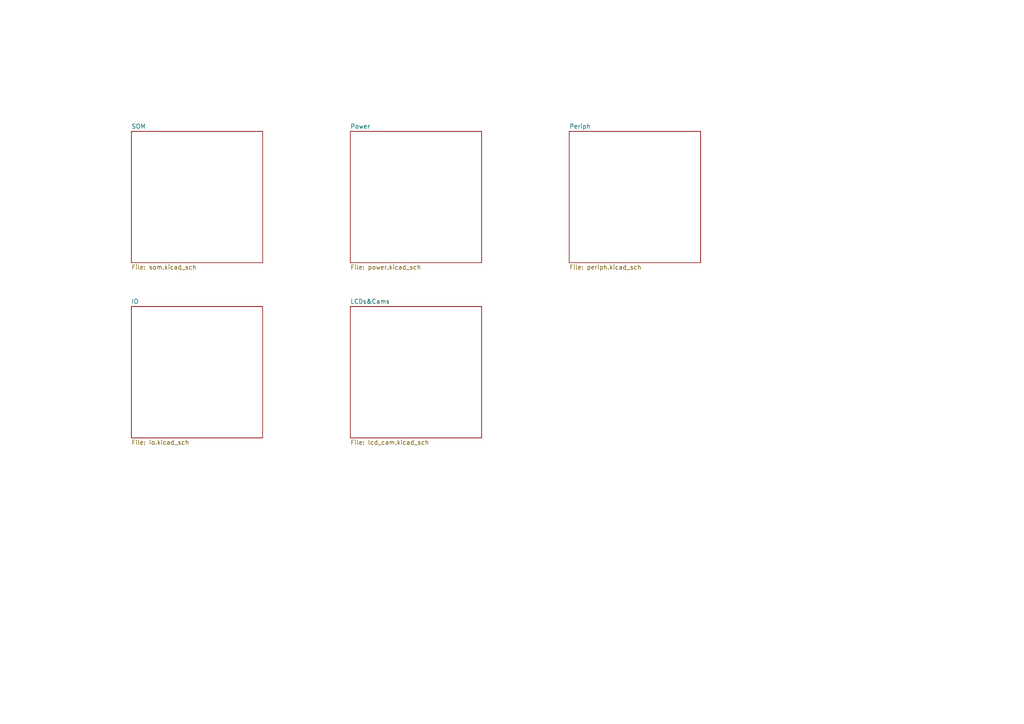
<source format=kicad_sch>
(kicad_sch (version 20211123) (generator eeschema)
  (paper "A4")
  (lib_symbols)
  (sheet (at 165.1 38.1) (size 38.1 38.1) (stroke (width 0.1524))
    (property "Sheet name" "Periph" (at 165.1 37.3884 0) (effects (justify left bottom)))
    (property "Sheet file" "periph.kicad_sch" (at 165.1 76.7846 0) (effects (justify left top)))
  )
  (sheet (at 101.6 88.9) (size 38.1 38.1) (stroke (width 0.1524))
    (property "Sheet name" "LCDs&Cams" (at 101.6 88.1884 0) (effects (justify left bottom)))
    (property "Sheet file" "lcd_cam.kicad_sch" (at 101.6 127.5846 0) (effects (justify left top)))
  )
  (sheet (at 38.1 88.9) (size 38.1 38.1) (stroke (width 0.1524))
    (property "Sheet name" "IO" (at 38.1 88.1884 0) (effects (justify left bottom)))
    (property "Sheet file" "io.kicad_sch" (at 38.1 127.5846 0) (effects (justify left top)))
  )
  (sheet (at 101.6 38.1) (size 38.1 38.1) (stroke (width 0.1524))
    (property "Sheet name" "Power" (at 101.6 37.3884 0) (effects (justify left bottom)))
    (property "Sheet file" "power.kicad_sch" (at 101.6 76.7846 0) (effects (justify left top)))
  )
  (sheet (at 38.1 38.1) (size 38.1 38.1) (stroke (width 0.1524))
    (property "Sheet name" "SOM" (at 38.1 37.3884 0) (effects (justify left bottom)))
    (property "Sheet file" "som.kicad_sch" (at 38.1 76.7846 0) (effects (justify left top)))
  )
)
</source>
